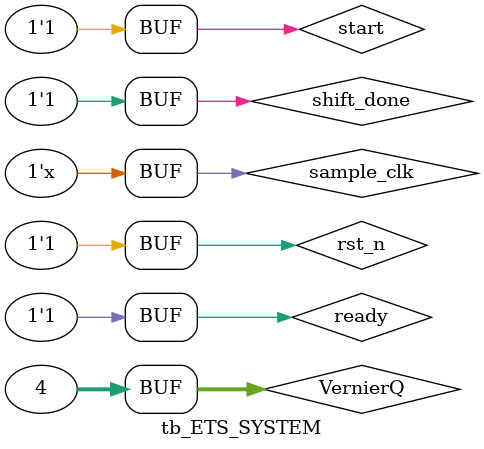
<source format=v>
`timescale 1ns / 1ps


module tb_ETS_SYSTEM(

    );
	reg sample_clk;
	reg rst_n;
	reg cmp_data;
	reg [31:0] VernierQ;
	wire valid;
	reg ready;
	wire[31:0] data_out;
	wire tlast;
	reg start;
	wire shift;
	reg shift_done;
	ETS_System inst_ETS_System
		(
			.sample_clk (sample_clk),
			.rst_n      (rst_n),
			.cmp_data   (cmp_data),
			.VernierQ   (VernierQ),
			.valid      (valid),
			.ready      (ready),
			.data_out   (data_out),
			.tlast      (tlast),
			.start      (start),
			.shift      (shift),
			.shift_done (shift_done)
		);
	always begin
		#5 sample_clk = ~sample_clk;
	end
	initial begin
		sample_clk = 0;rst_n = 1; VernierQ = 4;ready = 1; shift_done = 1;start = 0;
		#10 rst_n = 0;
		#10 rst_n = 1;
		#10 start = 1;
	end
	reg [3:0] counter;
	always @(posedge sample_clk or negedge rst_n) begin
		if (~rst_n) begin
			counter <= 0;
		end
		else if (counter < 9) begin
			counter <= counter + 1;
		end
		else begin
			counter <= 0;
		end
	end
	always @ (*) begin
		case(counter)
			4'd0: begin cmp_data = 1; end
			4'd1: begin cmp_data = 1; end
			4'd2: begin cmp_data = 0; end
			4'd3: begin cmp_data = 0; end
			4'd4: begin cmp_data = 0; end
			4'd5: begin cmp_data = 1; end
			4'd6: begin cmp_data = 0; end
			4'd7: begin cmp_data = 0; end
			4'd8: begin cmp_data = 1; end
			4'd9: begin cmp_data = 0; end
			default: begin
				cmp_data = 0;
			end
		endcase
	end
endmodule

</source>
